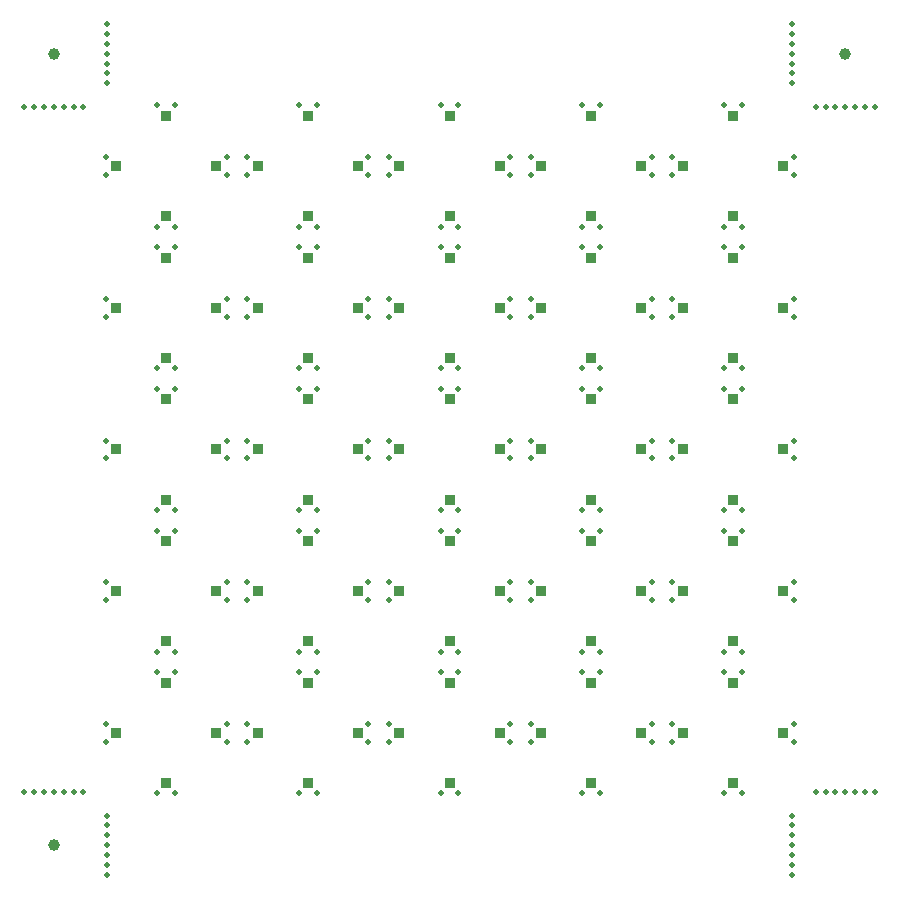
<source format=gbr>
%TF.GenerationSoftware,KiCad,Pcbnew,7.0.6-1.fc38*%
%TF.CreationDate,2023-07-26T15:00:37-04:00*%
%TF.ProjectId,bno085-i2c-board-v4-panel,626e6f30-3835-42d6-9932-632d626f6172,rev?*%
%TF.SameCoordinates,Original*%
%TF.FileFunction,Soldermask,Bot*%
%TF.FilePolarity,Negative*%
%FSLAX46Y46*%
G04 Gerber Fmt 4.6, Leading zero omitted, Abs format (unit mm)*
G04 Created by KiCad (PCBNEW 7.0.6-1.fc38) date 2023-07-26 15:00:37*
%MOMM*%
%LPD*%
G01*
G04 APERTURE LIST*
%ADD10R,0.850000X0.850000*%
%ADD11C,0.500000*%
%ADD12C,1.000000*%
G04 APERTURE END LIST*
D10*
%TO.C,J3*%
X19749999Y-48000004D03*
%TD*%
%TO.C,J4*%
X40249999Y-12000004D03*
%TD*%
%TO.C,J1*%
X11999999Y-19750004D03*
%TD*%
%TO.C,J2*%
X59999999Y-16250004D03*
%TD*%
%TO.C,J2*%
X11999999Y-28250004D03*
%TD*%
D11*
%TO.C,REF\u002A\u002A*%
X0Y-7000000D03*
%TD*%
%TO.C,REF\u002A\u002A*%
X41124998Y-23250001D03*
%TD*%
D10*
%TO.C,J4*%
X64249999Y-60000004D03*
%TD*%
D11*
%TO.C,REF\u002A\u002A*%
X12749999Y-29125003D03*
%TD*%
%TO.C,REF\u002A\u002A*%
X60749999Y-17125003D03*
%TD*%
%TO.C,REF\u002A\u002A*%
X3333334Y-7000000D03*
%TD*%
D10*
%TO.C,J4*%
X28249999Y-36000004D03*
%TD*%
%TO.C,J3*%
X31749999Y-24000004D03*
%TD*%
D11*
%TO.C,REF\u002A\u002A*%
X64999998Y-1666667D03*
%TD*%
D10*
%TO.C,J2*%
X59999999Y-52250004D03*
%TD*%
%TO.C,J4*%
X16249999Y-36000004D03*
%TD*%
%TO.C,J4*%
X64249999Y-48000004D03*
%TD*%
D11*
%TO.C,REF\u002A\u002A*%
X30874999Y-36750001D03*
%TD*%
%TO.C,REF\u002A\u002A*%
X41124998Y-59250001D03*
%TD*%
%TO.C,REF\u002A\u002A*%
X6875000Y-59250001D03*
%TD*%
%TO.C,REF\u002A\u002A*%
X36749999Y-42875003D03*
%TD*%
D10*
%TO.C,J4*%
X40249999Y-36000004D03*
%TD*%
%TO.C,J2*%
X47999999Y-40250004D03*
%TD*%
%TO.C,J1*%
X35999999Y-19750004D03*
%TD*%
D11*
%TO.C,REF\u002A\u002A*%
X23249999Y-42875000D03*
%TD*%
%TO.C,REF\u002A\u002A*%
X30874999Y-23250001D03*
%TD*%
%TO.C,REF\u002A\u002A*%
X24749999Y-41125003D03*
%TD*%
%TO.C,REF\u002A\u002A*%
X53124998Y-24750001D03*
%TD*%
D10*
%TO.C,J1*%
X59999999Y-31750004D03*
%TD*%
%TO.C,J4*%
X64249999Y-12000004D03*
%TD*%
D11*
%TO.C,REF\u002A\u002A*%
X30874999Y-59250001D03*
%TD*%
%TO.C,REF\u002A\u002A*%
X41124998Y-11250002D03*
%TD*%
D10*
%TO.C,J1*%
X11999999Y-55750004D03*
%TD*%
D11*
%TO.C,REF\u002A\u002A*%
X64999998Y-72000004D03*
%TD*%
%TO.C,REF\u002A\u002A*%
X35249999Y-29125003D03*
%TD*%
%TO.C,REF\u002A\u002A*%
X7000000Y-72000004D03*
%TD*%
%TO.C,REF\u002A\u002A*%
X35249999Y-30875000D03*
%TD*%
%TO.C,REF\u002A\u002A*%
X7000000Y0D03*
%TD*%
%TO.C,REF\u002A\u002A*%
X41124998Y-36750001D03*
%TD*%
%TO.C,REF\u002A\u002A*%
X5000000Y-7000000D03*
%TD*%
%TO.C,REF\u002A\u002A*%
X42874999Y-24750001D03*
%TD*%
%TO.C,REF\u002A\u002A*%
X18874999Y-48750001D03*
%TD*%
D10*
%TO.C,J2*%
X35999999Y-16250004D03*
%TD*%
D11*
%TO.C,REF\u002A\u002A*%
X23249999Y-53125003D03*
%TD*%
D10*
%TO.C,J4*%
X28249999Y-48000004D03*
%TD*%
%TO.C,J2*%
X11999999Y-64250004D03*
%TD*%
D11*
%TO.C,REF\u002A\u002A*%
X41124998Y-60750001D03*
%TD*%
D10*
%TO.C,J2*%
X23999999Y-52250004D03*
%TD*%
D11*
%TO.C,REF\u002A\u002A*%
X12749999Y-6875004D03*
%TD*%
D10*
%TO.C,J2*%
X35999999Y-40250004D03*
%TD*%
%TO.C,J1*%
X35999999Y-7750004D03*
%TD*%
%TO.C,J3*%
X7749999Y-36000004D03*
%TD*%
%TO.C,J4*%
X52249999Y-36000004D03*
%TD*%
D11*
%TO.C,REF\u002A\u002A*%
X65124998Y-24750001D03*
%TD*%
D10*
%TO.C,J1*%
X59999999Y-43750004D03*
%TD*%
D11*
%TO.C,REF\u002A\u002A*%
X41124998Y-47250001D03*
%TD*%
%TO.C,REF\u002A\u002A*%
X60749999Y-29125003D03*
%TD*%
%TO.C,REF\u002A\u002A*%
X23249999Y-6875001D03*
%TD*%
%TO.C,REF\u002A\u002A*%
X48749999Y-29125003D03*
%TD*%
%TO.C,REF\u002A\u002A*%
X54874999Y-24750001D03*
%TD*%
%TO.C,REF\u002A\u002A*%
X18874999Y-60750001D03*
%TD*%
%TO.C,REF\u002A\u002A*%
X53124998Y-12750001D03*
%TD*%
%TO.C,REF\u002A\u002A*%
X7000000Y-67833337D03*
%TD*%
%TO.C,REF\u002A\u002A*%
X67833332Y-7000000D03*
%TD*%
%TO.C,REF\u002A\u002A*%
X70333332Y-7000000D03*
%TD*%
D10*
%TO.C,J1*%
X23999999Y-43750004D03*
%TD*%
%TO.C,J4*%
X52249999Y-60000004D03*
%TD*%
D11*
%TO.C,REF\u002A\u002A*%
X60749999Y-30875003D03*
%TD*%
%TO.C,REF\u002A\u002A*%
X59249999Y-54875000D03*
%TD*%
%TO.C,REF\u002A\u002A*%
X54874999Y-12750001D03*
%TD*%
%TO.C,REF\u002A\u002A*%
X65124998Y-48750001D03*
%TD*%
%TO.C,REF\u002A\u002A*%
X12749999Y-65125003D03*
%TD*%
%TO.C,REF\u002A\u002A*%
X47249999Y-17125003D03*
%TD*%
D10*
%TO.C,J1*%
X59999999Y-7750004D03*
%TD*%
D11*
%TO.C,REF\u002A\u002A*%
X3333334Y-65000003D03*
%TD*%
%TO.C,REF\u002A\u002A*%
X42874999Y-60750001D03*
%TD*%
D10*
%TO.C,J3*%
X43749999Y-24000004D03*
%TD*%
D11*
%TO.C,REF\u002A\u002A*%
X29124998Y-60750001D03*
%TD*%
D10*
%TO.C,J4*%
X40249999Y-24000004D03*
%TD*%
D11*
%TO.C,REF\u002A\u002A*%
X17124998Y-59250001D03*
%TD*%
%TO.C,REF\u002A\u002A*%
X53124998Y-23250001D03*
%TD*%
%TO.C,REF\u002A\u002A*%
X18874999Y-23250001D03*
%TD*%
D10*
%TO.C,J3*%
X19749999Y-60000004D03*
%TD*%
D11*
%TO.C,REF\u002A\u002A*%
X35249999Y-42875000D03*
%TD*%
D10*
%TO.C,J2*%
X11999999Y-52250004D03*
%TD*%
D11*
%TO.C,REF\u002A\u002A*%
X65124998Y-23250001D03*
%TD*%
%TO.C,REF\u002A\u002A*%
X48749999Y-30875003D03*
%TD*%
D10*
%TO.C,J2*%
X35999999Y-28250004D03*
%TD*%
D11*
%TO.C,REF\u002A\u002A*%
X47249999Y-41125003D03*
%TD*%
%TO.C,REF\u002A\u002A*%
X7000000Y-2500000D03*
%TD*%
%TO.C,REF\u002A\u002A*%
X47249999Y-6875001D03*
%TD*%
%TO.C,REF\u002A\u002A*%
X30874999Y-35250001D03*
%TD*%
%TO.C,REF\u002A\u002A*%
X11250000Y-29125003D03*
%TD*%
%TO.C,REF\u002A\u002A*%
X65124998Y-60750001D03*
%TD*%
%TO.C,REF\u002A\u002A*%
X2500000Y-65000003D03*
%TD*%
%TO.C,REF\u002A\u002A*%
X7000000Y-71166670D03*
%TD*%
%TO.C,REF\u002A\u002A*%
X30874999Y-24750001D03*
%TD*%
%TO.C,REF\u002A\u002A*%
X65124998Y-59250001D03*
%TD*%
%TO.C,REF\u002A\u002A*%
X54874999Y-59250001D03*
%TD*%
%TO.C,REF\u002A\u002A*%
X35249999Y-18875000D03*
%TD*%
%TO.C,REF\u002A\u002A*%
X11250000Y-30875000D03*
%TD*%
D10*
%TO.C,J3*%
X19749999Y-36000004D03*
%TD*%
D11*
%TO.C,REF\u002A\u002A*%
X23249999Y-17125003D03*
%TD*%
%TO.C,REF\u002A\u002A*%
X47249999Y-18875000D03*
%TD*%
%TO.C,REF\u002A\u002A*%
X59249999Y-53125003D03*
%TD*%
D10*
%TO.C,J4*%
X16249999Y-60000004D03*
%TD*%
%TO.C,J4*%
X16249999Y-48000004D03*
%TD*%
D11*
%TO.C,REF\u002A\u002A*%
X47249999Y-53125003D03*
%TD*%
%TO.C,REF\u002A\u002A*%
X53124998Y-48750001D03*
%TD*%
%TO.C,REF\u002A\u002A*%
X60749999Y-53125003D03*
%TD*%
%TO.C,REF\u002A\u002A*%
X65124998Y-11250002D03*
%TD*%
D10*
%TO.C,J3*%
X19749999Y-12000004D03*
%TD*%
%TO.C,J2*%
X11999999Y-16250004D03*
%TD*%
D11*
%TO.C,REF\u002A\u002A*%
X36749999Y-29125003D03*
%TD*%
D10*
%TO.C,J4*%
X16249999Y-12000004D03*
%TD*%
D11*
%TO.C,REF\u002A\u002A*%
X11250000Y-65125003D03*
%TD*%
%TO.C,REF\u002A\u002A*%
X41124998Y-12750001D03*
%TD*%
%TO.C,REF\u002A\u002A*%
X11250000Y-53125003D03*
%TD*%
%TO.C,REF\u002A\u002A*%
X36749999Y-53125003D03*
%TD*%
D10*
%TO.C,J2*%
X23999999Y-28250004D03*
%TD*%
D11*
%TO.C,REF\u002A\u002A*%
X71999999Y-65000003D03*
%TD*%
%TO.C,REF\u002A\u002A*%
X60749999Y-18875003D03*
%TD*%
%TO.C,REF\u002A\u002A*%
X17124998Y-24750001D03*
%TD*%
%TO.C,REF\u002A\u002A*%
X6875000Y-36750001D03*
%TD*%
D10*
%TO.C,J1*%
X47999999Y-19750004D03*
%TD*%
D11*
%TO.C,REF\u002A\u002A*%
X68666665Y-65000003D03*
%TD*%
%TO.C,REF\u002A\u002A*%
X59249999Y-41125003D03*
%TD*%
%TO.C,REF\u002A\u002A*%
X30874999Y-47250001D03*
%TD*%
%TO.C,REF\u002A\u002A*%
X59249999Y-17125003D03*
%TD*%
%TO.C,REF\u002A\u002A*%
X64999998Y-69500004D03*
%TD*%
D10*
%TO.C,J3*%
X7749999Y-12000004D03*
%TD*%
D11*
%TO.C,REF\u002A\u002A*%
X65124998Y-35250001D03*
%TD*%
%TO.C,REF\u002A\u002A*%
X60749999Y-65125003D03*
%TD*%
%TO.C,REF\u002A\u002A*%
X42874999Y-35250001D03*
%TD*%
D10*
%TO.C,J4*%
X64249999Y-24000004D03*
%TD*%
D11*
%TO.C,REF\u002A\u002A*%
X65124998Y-36750001D03*
%TD*%
%TO.C,REF\u002A\u002A*%
X18874999Y-35250001D03*
%TD*%
%TO.C,REF\u002A\u002A*%
X17124998Y-60750001D03*
%TD*%
D10*
%TO.C,J2*%
X47999999Y-52250004D03*
%TD*%
D11*
%TO.C,REF\u002A\u002A*%
X42874999Y-36750001D03*
%TD*%
%TO.C,REF\u002A\u002A*%
X42874999Y-11250002D03*
%TD*%
%TO.C,REF\u002A\u002A*%
X6875000Y-60750001D03*
%TD*%
%TO.C,REF\u002A\u002A*%
X23249999Y-41125003D03*
%TD*%
D10*
%TO.C,J2*%
X23999999Y-64250004D03*
%TD*%
D11*
%TO.C,REF\u002A\u002A*%
X47249999Y-30875000D03*
%TD*%
%TO.C,REF\u002A\u002A*%
X42874999Y-23250001D03*
%TD*%
%TO.C,REF\u002A\u002A*%
X17124998Y-23250001D03*
%TD*%
%TO.C,REF\u002A\u002A*%
X6875000Y-11250002D03*
%TD*%
D10*
%TO.C,J1*%
X35999999Y-43750004D03*
%TD*%
D11*
%TO.C,REF\u002A\u002A*%
X36749999Y-65125003D03*
%TD*%
%TO.C,REF\u002A\u002A*%
X17124998Y-36750001D03*
%TD*%
%TO.C,REF\u002A\u002A*%
X42874999Y-59250001D03*
%TD*%
%TO.C,REF\u002A\u002A*%
X53124998Y-47250001D03*
%TD*%
%TO.C,REF\u002A\u002A*%
X69499999Y-65000003D03*
%TD*%
%TO.C,REF\u002A\u002A*%
X17124998Y-35250001D03*
%TD*%
%TO.C,REF\u002A\u002A*%
X47249999Y-42875000D03*
%TD*%
%TO.C,REF\u002A\u002A*%
X54874999Y-36750001D03*
%TD*%
D10*
%TO.C,J4*%
X28249999Y-24000004D03*
%TD*%
D11*
%TO.C,REF\u002A\u002A*%
X12749999Y-53125003D03*
%TD*%
D10*
%TO.C,J4*%
X64249999Y-36000004D03*
%TD*%
%TO.C,J1*%
X59999999Y-55750004D03*
%TD*%
D11*
%TO.C,REF\u002A\u002A*%
X17124998Y-11250002D03*
%TD*%
%TO.C,REF\u002A\u002A*%
X35249999Y-53125003D03*
%TD*%
%TO.C,REF\u002A\u002A*%
X24749999Y-65125003D03*
%TD*%
%TO.C,REF\u002A\u002A*%
X1666667Y-7000000D03*
%TD*%
%TO.C,REF\u002A\u002A*%
X29124998Y-36750001D03*
%TD*%
%TO.C,REF\u002A\u002A*%
X29124998Y-23250001D03*
%TD*%
%TO.C,REF\u002A\u002A*%
X30874999Y-12750001D03*
%TD*%
%TO.C,REF\u002A\u002A*%
X64999998Y-68666670D03*
%TD*%
%TO.C,REF\u002A\u002A*%
X54874999Y-47250001D03*
%TD*%
%TO.C,REF\u002A\u002A*%
X833334Y-7000000D03*
%TD*%
D10*
%TO.C,J2*%
X23999999Y-16250004D03*
%TD*%
D11*
%TO.C,REF\u002A\u002A*%
X53124998Y-60750001D03*
%TD*%
%TO.C,REF\u002A\u002A*%
X67833332Y-65000003D03*
%TD*%
%TO.C,REF\u002A\u002A*%
X4166667Y-65000003D03*
%TD*%
%TO.C,REF\u002A\u002A*%
X64999998Y-67833337D03*
%TD*%
%TO.C,REF\u002A\u002A*%
X24749999Y-6875004D03*
%TD*%
%TO.C,REF\u002A\u002A*%
X48749999Y-18875003D03*
%TD*%
%TO.C,REF\u002A\u002A*%
X42874999Y-12750001D03*
%TD*%
D10*
%TO.C,J1*%
X59999999Y-19750004D03*
%TD*%
D11*
%TO.C,REF\u002A\u002A*%
X35249999Y-54875000D03*
%TD*%
%TO.C,REF\u002A\u002A*%
X64999998Y-833334D03*
%TD*%
%TO.C,REF\u002A\u002A*%
X53124998Y-36750001D03*
%TD*%
%TO.C,REF\u002A\u002A*%
X29124998Y-47250001D03*
%TD*%
%TO.C,REF\u002A\u002A*%
X18874999Y-36750001D03*
%TD*%
%TO.C,REF\u002A\u002A*%
X48749999Y-6875004D03*
%TD*%
%TO.C,REF\u002A\u002A*%
X69499999Y-7000000D03*
%TD*%
%TO.C,REF\u002A\u002A*%
X17124998Y-48750001D03*
%TD*%
D10*
%TO.C,J1*%
X23999999Y-19750004D03*
%TD*%
D11*
%TO.C,REF\u002A\u002A*%
X18874999Y-11250002D03*
%TD*%
%TO.C,REF\u002A\u002A*%
X29124998Y-59250001D03*
%TD*%
%TO.C,REF\u002A\u002A*%
X29124998Y-12750001D03*
%TD*%
D10*
%TO.C,J1*%
X35999999Y-55750004D03*
%TD*%
D11*
%TO.C,REF\u002A\u002A*%
X12749999Y-18875003D03*
%TD*%
%TO.C,REF\u002A\u002A*%
X64999998Y-2500000D03*
%TD*%
%TO.C,REF\u002A\u002A*%
X7000000Y-68666670D03*
%TD*%
D10*
%TO.C,J4*%
X28249999Y-12000004D03*
%TD*%
D11*
%TO.C,REF\u002A\u002A*%
X12749999Y-30875003D03*
%TD*%
%TO.C,REF\u002A\u002A*%
X53124998Y-11250002D03*
%TD*%
%TO.C,REF\u002A\u002A*%
X7000000Y-3333334D03*
%TD*%
%TO.C,REF\u002A\u002A*%
X7000000Y-67000004D03*
%TD*%
%TO.C,REF\u002A\u002A*%
X36749999Y-17125003D03*
%TD*%
%TO.C,REF\u002A\u002A*%
X47249999Y-65125003D03*
%TD*%
%TO.C,REF\u002A\u002A*%
X29124998Y-24750001D03*
%TD*%
%TO.C,REF\u002A\u002A*%
X54874999Y-11250002D03*
%TD*%
%TO.C,REF\u002A\u002A*%
X6875000Y-35250001D03*
%TD*%
D10*
%TO.C,J4*%
X52249999Y-48000004D03*
%TD*%
%TO.C,J3*%
X19749999Y-24000004D03*
%TD*%
D11*
%TO.C,REF\u002A\u002A*%
X11250000Y-6875001D03*
%TD*%
D10*
%TO.C,J1*%
X47999999Y-7750004D03*
%TD*%
%TO.C,J1*%
X35999999Y-31750004D03*
%TD*%
D11*
%TO.C,REF\u002A\u002A*%
X66999999Y-7000000D03*
%TD*%
D10*
%TO.C,J2*%
X59999999Y-64250004D03*
%TD*%
D11*
%TO.C,REF\u002A\u002A*%
X47249999Y-29125003D03*
%TD*%
%TO.C,REF\u002A\u002A*%
X35249999Y-17125003D03*
%TD*%
D10*
%TO.C,J3*%
X7749999Y-60000004D03*
%TD*%
D11*
%TO.C,REF\u002A\u002A*%
X64999998Y0D03*
%TD*%
%TO.C,REF\u002A\u002A*%
X11250000Y-17125003D03*
%TD*%
%TO.C,REF\u002A\u002A*%
X71166665Y-65000003D03*
%TD*%
%TO.C,REF\u002A\u002A*%
X48749999Y-41125003D03*
%TD*%
%TO.C,REF\u002A\u002A*%
X29124998Y-35250001D03*
%TD*%
D10*
%TO.C,J3*%
X43749999Y-60000004D03*
%TD*%
%TO.C,J1*%
X11999999Y-43750004D03*
%TD*%
D11*
%TO.C,REF\u002A\u002A*%
X7000000Y-5000000D03*
%TD*%
D10*
%TO.C,J1*%
X47999999Y-31750004D03*
%TD*%
D11*
%TO.C,REF\u002A\u002A*%
X35249999Y-41125003D03*
%TD*%
%TO.C,REF\u002A\u002A*%
X36749999Y-54875003D03*
%TD*%
%TO.C,REF\u002A\u002A*%
X23249999Y-29125003D03*
%TD*%
%TO.C,REF\u002A\u002A*%
X36749999Y-6875004D03*
%TD*%
%TO.C,REF\u002A\u002A*%
X4166667Y-7000000D03*
%TD*%
D10*
%TO.C,J4*%
X28249999Y-60000004D03*
%TD*%
%TO.C,J1*%
X11999999Y-7750004D03*
%TD*%
%TO.C,J2*%
X47999999Y-64250004D03*
%TD*%
D11*
%TO.C,REF\u002A\u002A*%
X11250000Y-41125003D03*
%TD*%
D10*
%TO.C,J4*%
X52249999Y-24000004D03*
%TD*%
%TO.C,J3*%
X55749999Y-24000004D03*
%TD*%
D11*
%TO.C,REF\u002A\u002A*%
X29124998Y-48750001D03*
%TD*%
%TO.C,REF\u002A\u002A*%
X64999998Y-67000004D03*
%TD*%
%TO.C,REF\u002A\u002A*%
X11250000Y-42875000D03*
%TD*%
D10*
%TO.C,J3*%
X55749999Y-60000004D03*
%TD*%
D11*
%TO.C,REF\u002A\u002A*%
X18874999Y-47250001D03*
%TD*%
%TO.C,REF\u002A\u002A*%
X71999999Y-7000000D03*
%TD*%
%TO.C,REF\u002A\u002A*%
X54874999Y-35250001D03*
%TD*%
%TO.C,REF\u002A\u002A*%
X64999998Y-3333334D03*
%TD*%
%TO.C,REF\u002A\u002A*%
X24749999Y-42875003D03*
%TD*%
%TO.C,REF\u002A\u002A*%
X30874999Y-60750001D03*
%TD*%
%TO.C,REF\u002A\u002A*%
X68666665Y-7000000D03*
%TD*%
%TO.C,REF\u002A\u002A*%
X12749999Y-42875003D03*
%TD*%
%TO.C,REF\u002A\u002A*%
X30874999Y-48750001D03*
%TD*%
D10*
%TO.C,J3*%
X7749999Y-48000004D03*
%TD*%
D11*
%TO.C,REF\u002A\u002A*%
X48749999Y-65125003D03*
%TD*%
%TO.C,REF\u002A\u002A*%
X24749999Y-53125003D03*
%TD*%
D10*
%TO.C,J3*%
X43749999Y-36000004D03*
%TD*%
D11*
%TO.C,REF\u002A\u002A*%
X24749999Y-18875003D03*
%TD*%
D10*
%TO.C,J3*%
X55749999Y-36000004D03*
%TD*%
D11*
%TO.C,REF\u002A\u002A*%
X36749999Y-18875003D03*
%TD*%
%TO.C,REF\u002A\u002A*%
X0Y-65000003D03*
%TD*%
D10*
%TO.C,J3*%
X31749999Y-12000004D03*
%TD*%
%TO.C,J1*%
X47999999Y-43750004D03*
%TD*%
%TO.C,J1*%
X23999999Y-55750004D03*
%TD*%
%TO.C,J4*%
X40249999Y-48000004D03*
%TD*%
D11*
%TO.C,REF\u002A\u002A*%
X5000000Y-65000003D03*
%TD*%
D10*
%TO.C,J4*%
X40249999Y-60000004D03*
%TD*%
D11*
%TO.C,REF\u002A\u002A*%
X65124998Y-47250001D03*
%TD*%
%TO.C,REF\u002A\u002A*%
X7000000Y-69500004D03*
%TD*%
%TO.C,REF\u002A\u002A*%
X24749999Y-17125003D03*
%TD*%
D10*
%TO.C,J1*%
X47999999Y-55750004D03*
%TD*%
D11*
%TO.C,REF\u002A\u002A*%
X6875000Y-47250001D03*
%TD*%
D10*
%TO.C,J2*%
X35999999Y-52250004D03*
%TD*%
D11*
%TO.C,REF\u002A\u002A*%
X11250000Y-54875000D03*
%TD*%
%TO.C,REF\u002A\u002A*%
X23249999Y-18875000D03*
%TD*%
%TO.C,REF\u002A\u002A*%
X7000000Y-1666667D03*
%TD*%
D10*
%TO.C,J3*%
X43749999Y-48000004D03*
%TD*%
D11*
%TO.C,REF\u002A\u002A*%
X41124998Y-35250001D03*
%TD*%
%TO.C,REF\u002A\u002A*%
X23249999Y-65125003D03*
%TD*%
%TO.C,REF\u002A\u002A*%
X53124998Y-59250001D03*
%TD*%
%TO.C,REF\u002A\u002A*%
X47249999Y-54875000D03*
%TD*%
%TO.C,REF\u002A\u002A*%
X17124998Y-12750001D03*
%TD*%
%TO.C,REF\u002A\u002A*%
X64999998Y-70333337D03*
%TD*%
%TO.C,REF\u002A\u002A*%
X18874999Y-12750001D03*
%TD*%
D10*
%TO.C,J3*%
X43749999Y-12000004D03*
%TD*%
D11*
%TO.C,REF\u002A\u002A*%
X48749999Y-42875003D03*
%TD*%
D10*
%TO.C,J2*%
X59999999Y-40250004D03*
%TD*%
%TO.C,J3*%
X31749999Y-48000004D03*
%TD*%
D11*
%TO.C,REF\u002A\u002A*%
X23249999Y-30875000D03*
%TD*%
%TO.C,REF\u002A\u002A*%
X12749999Y-54875003D03*
%TD*%
D10*
%TO.C,J2*%
X47999999Y-16250004D03*
%TD*%
D11*
%TO.C,REF\u002A\u002A*%
X64999998Y-5000000D03*
%TD*%
D10*
%TO.C,J3*%
X7749999Y-24000004D03*
%TD*%
D11*
%TO.C,REF\u002A\u002A*%
X18874999Y-24750001D03*
%TD*%
%TO.C,REF\u002A\u002A*%
X59249999Y-18875000D03*
%TD*%
%TO.C,REF\u002A\u002A*%
X30874999Y-11250002D03*
%TD*%
%TO.C,REF\u002A\u002A*%
X36749999Y-30875003D03*
%TD*%
%TO.C,REF\u002A\u002A*%
X24749999Y-54875003D03*
%TD*%
D10*
%TO.C,J3*%
X55749999Y-12000004D03*
%TD*%
D11*
%TO.C,REF\u002A\u002A*%
X59249999Y-30875000D03*
%TD*%
D10*
%TO.C,J2*%
X35999999Y-64250004D03*
%TD*%
D11*
%TO.C,REF\u002A\u002A*%
X35249999Y-6875001D03*
%TD*%
%TO.C,REF\u002A\u002A*%
X24749999Y-30875003D03*
%TD*%
%TO.C,REF\u002A\u002A*%
X12749999Y-41125003D03*
%TD*%
%TO.C,REF\u002A\u002A*%
X42874999Y-47250001D03*
%TD*%
%TO.C,REF\u002A\u002A*%
X833334Y-65000003D03*
%TD*%
%TO.C,REF\u002A\u002A*%
X6875000Y-48750001D03*
%TD*%
D10*
%TO.C,J2*%
X11999999Y-40250004D03*
%TD*%
D11*
%TO.C,REF\u002A\u002A*%
X64999998Y-71166670D03*
%TD*%
%TO.C,REF\u002A\u002A*%
X2500000Y-7000000D03*
%TD*%
D10*
%TO.C,J3*%
X31749999Y-60000004D03*
%TD*%
D11*
%TO.C,REF\u002A\u002A*%
X60749999Y-42875003D03*
%TD*%
%TO.C,REF\u002A\u002A*%
X65124998Y-12750001D03*
%TD*%
%TO.C,REF\u002A\u002A*%
X59249999Y-65125003D03*
%TD*%
%TO.C,REF\u002A\u002A*%
X18874999Y-59250001D03*
%TD*%
%TO.C,REF\u002A\u002A*%
X23249999Y-54875000D03*
%TD*%
%TO.C,REF\u002A\u002A*%
X11250000Y-18875000D03*
%TD*%
%TO.C,REF\u002A\u002A*%
X59249999Y-42875000D03*
%TD*%
%TO.C,REF\u002A\u002A*%
X60749999Y-54875003D03*
%TD*%
D10*
%TO.C,J2*%
X23999999Y-40250004D03*
%TD*%
%TO.C,J2*%
X47999999Y-28250004D03*
%TD*%
D11*
%TO.C,REF\u002A\u002A*%
X7000000Y-833334D03*
%TD*%
%TO.C,REF\u002A\u002A*%
X64999998Y-4166667D03*
%TD*%
%TO.C,REF\u002A\u002A*%
X17124998Y-47250001D03*
%TD*%
D10*
%TO.C,J3*%
X31749999Y-36000004D03*
%TD*%
D11*
%TO.C,REF\u002A\u002A*%
X29124998Y-11250002D03*
%TD*%
%TO.C,REF\u002A\u002A*%
X60749999Y-41125003D03*
%TD*%
%TO.C,REF\u002A\u002A*%
X41124998Y-48750001D03*
%TD*%
%TO.C,REF\u002A\u002A*%
X48749999Y-53125003D03*
%TD*%
%TO.C,REF\u002A\u002A*%
X59249999Y-29125003D03*
%TD*%
D10*
%TO.C,J1*%
X23999999Y-7750004D03*
%TD*%
D11*
%TO.C,REF\u002A\u002A*%
X71166665Y-7000000D03*
%TD*%
%TO.C,REF\u002A\u002A*%
X48749999Y-54875003D03*
%TD*%
%TO.C,REF\u002A\u002A*%
X6875000Y-23250001D03*
%TD*%
%TO.C,REF\u002A\u002A*%
X60749999Y-6875004D03*
%TD*%
D10*
%TO.C,J1*%
X23999999Y-31750004D03*
%TD*%
D11*
%TO.C,REF\u002A\u002A*%
X6875000Y-24750001D03*
%TD*%
D10*
%TO.C,J3*%
X55749999Y-48000004D03*
%TD*%
D11*
%TO.C,REF\u002A\u002A*%
X12749999Y-17125003D03*
%TD*%
%TO.C,REF\u002A\u002A*%
X36749999Y-41125003D03*
%TD*%
%TO.C,REF\u002A\u002A*%
X54874999Y-48750001D03*
%TD*%
%TO.C,REF\u002A\u002A*%
X1666667Y-65000003D03*
%TD*%
%TO.C,REF\u002A\u002A*%
X42874999Y-48750001D03*
%TD*%
%TO.C,REF\u002A\u002A*%
X66999999Y-65000003D03*
%TD*%
%TO.C,REF\u002A\u002A*%
X70333332Y-65000003D03*
%TD*%
%TO.C,REF\u002A\u002A*%
X59249999Y-6875001D03*
%TD*%
%TO.C,REF\u002A\u002A*%
X41124998Y-24750001D03*
%TD*%
%TO.C,REF\u002A\u002A*%
X48749999Y-17125003D03*
%TD*%
%TO.C,REF\u002A\u002A*%
X54874999Y-23250001D03*
%TD*%
D10*
%TO.C,J4*%
X52249999Y-12000004D03*
%TD*%
D11*
%TO.C,REF\u002A\u002A*%
X7000000Y-70333337D03*
%TD*%
%TO.C,REF\u002A\u002A*%
X6875000Y-12750001D03*
%TD*%
D10*
%TO.C,J2*%
X59999999Y-28250004D03*
%TD*%
D11*
%TO.C,REF\u002A\u002A*%
X7000000Y-4166667D03*
%TD*%
%TO.C,REF\u002A\u002A*%
X24749999Y-29125003D03*
%TD*%
D10*
%TO.C,J4*%
X16249999Y-24000004D03*
%TD*%
%TO.C,J1*%
X11999999Y-31750004D03*
%TD*%
D11*
%TO.C,REF\u002A\u002A*%
X53124998Y-35250001D03*
%TD*%
%TO.C,REF\u002A\u002A*%
X54874999Y-60750001D03*
%TD*%
%TO.C,REF\u002A\u002A*%
X35249999Y-65125003D03*
%TD*%
D12*
%TO.C,REF\u002A\u002A*%
X2500000Y-2500000D03*
%TD*%
%TO.C,REF\u002A\u002A*%
X2500000Y-69500004D03*
%TD*%
%TO.C,REF\u002A\u002A*%
X69499999Y-2500000D03*
%TD*%
M02*

</source>
